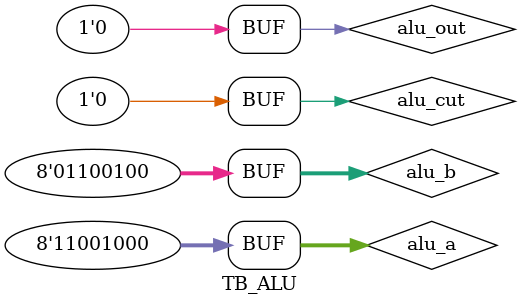
<source format=v>
`timescale 1ns/1ns;
module TB_ALU;

wire [7:0]alu_bus;
reg [7:0]alu_a;
reg [7:0]alu_b;
reg alu_out;  
reg alu_cut; 
wire alu_cy;   
initial begin
    alu_a=8'd10;
    alu_b=8'd10;
    alu_out=0;
    alu_cut=0;
    #20;
    alu_out=1;
    #20;
    alu_out=0;
    alu_cut=1;
    #20;
    alu_out=0;
    alu_cut=0;
    alu_a=8'd200;
    alu_b=8'd100;
    #20;
    alu_out=1;
    #20;
    alu_out=0;
end

ALU u0(
    .alu_bus(alu_bus),    ///×ÜÏß
    .alu_a(alu_a),      ///¼Ä´æÆ÷a
    .alu_b(alu_b),      ///¼Ä´æÆ÷b
    .alu_out(alu_out),    ///Êä³öµ½×ÜÏß
    .alu_cut(alu_cut),    ///¼õ·¨
    .alu_cy(alu_cy)      ///½øÎ»
);


endmodule

</source>
